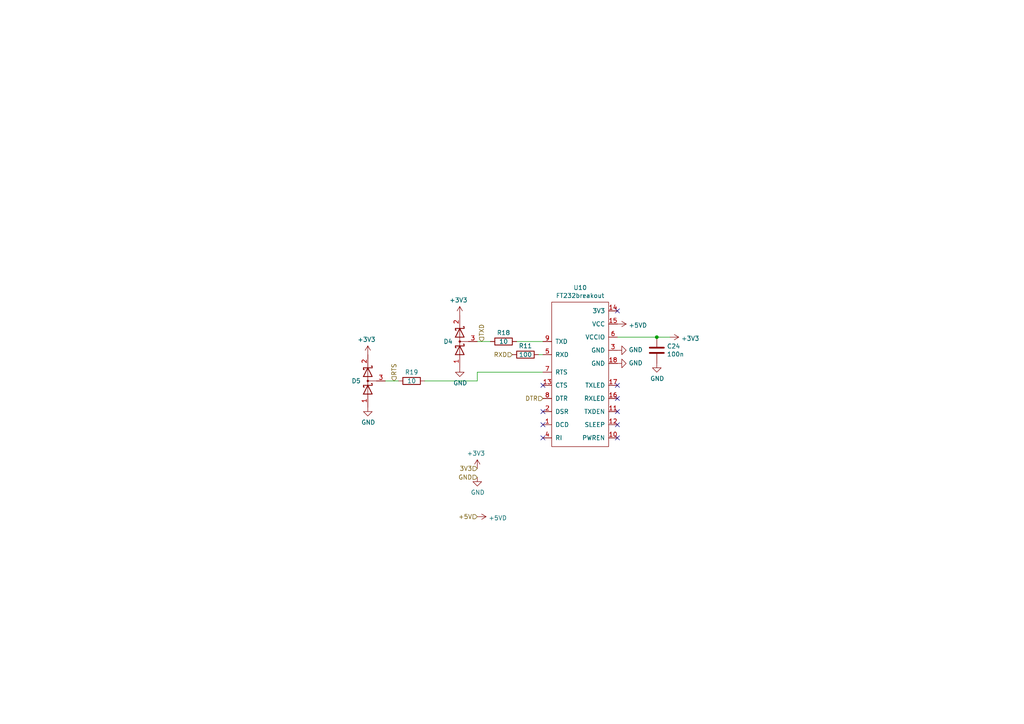
<source format=kicad_sch>
(kicad_sch (version 20211123) (generator eeschema)
  (paper "A4")
  (lib_symbols
    (symbol "Device:C" (pin_numbers hide) (pin_names (offset 0.254))
      (property "Reference" "C" (at 0.635 2.54 0))
      (property "Value" "Device_C" (at 0.635 -2.54 0))
      (symbol "C_0_1"
        (polyline (pts (xy -2.032 -0.762) (xy 2.032 -0.762)) (stroke (width 0.508)))
        (polyline (pts (xy -2.032 0.762) (xy 2.032 0.762)) (stroke (width 0.508)))
      )
      (symbol "C_1_1"
        (pin passive line (at 0 3.81 270) (length 2.794) (name "~") (number "1"))
        (pin passive line (at 0 -3.81 90) (length 2.794) (name "~") (number "2"))
      )
    )
    (symbol "Device:D_Schottky_Dual_Series_AKC" (pin_names (offset 0.762) hide)
      (property "Reference" "D" (at 1.27 -2.54 0))
      (property "Value" "Device_D_Schottky_Dual_Series_AKC" (at 0 2.54 0))
      (symbol "D_Schottky_Dual_Series_AKC_0_1"
        (polyline (pts (xy -3.81 0) (xy 3.81 0)))
        (polyline (pts (xy 0 0) (xy 0 -2.54)))
        (polyline (pts (xy 6.35 0) (xy 7.62 0)))
        (polyline (pts (xy -1.27 -1.27) (xy -1.27 1.27) (xy -1.27 1.27)) (stroke (width 0.254)))
        (polyline (pts (xy 3.81 1.27) (xy 3.81 -1.27) (xy 3.81 -1.27)) (stroke (width 0.254)))
        (polyline (pts (xy -1.27 -1.27) (xy -0.762 -1.27) (xy -0.762 -1.016) (xy -0.762 -1.016)) (stroke (width 0.254)))
        (polyline (pts (xy 3.81 -1.27) (xy 4.318 -1.27) (xy 4.318 -1.016) (xy 4.318 -1.016)) (stroke (width 0.254)))
        (polyline (pts (xy 3.81 1.27) (xy 3.302 1.27) (xy 3.302 1.016) (xy 3.302 1.016)) (stroke (width 0.254)))
        (polyline (pts (xy -1.778 1.016) (xy -1.778 1.27) (xy -1.27 1.27) (xy -1.27 1.27) (xy -1.27 1.27)) (stroke (width 0.254)))
        (polyline (pts (xy -3.81 1.27) (xy -1.27 0) (xy -3.81 -1.27) (xy -3.81 1.27) (xy -3.81 1.27) (xy -3.81 1.27)) (stroke (width 0.254)))
        (polyline (pts (xy 1.27 1.27) (xy 3.81 0) (xy 1.27 -1.27) (xy 1.27 1.27) (xy 1.27 1.27) (xy 1.27 1.27)) (stroke (width 0.254)))
        (circle (center 0 0) (radius 0.254) (fill (type outline)))
        (pin passive line (at -7.62 0 0) (length 3.81) (name "A") (number "1"))
        (pin passive line (at 7.62 0 180) (length 3.81) (name "K") (number "2"))
        (pin passive line (at 0 -5.08 90) (length 2.54) (name "common") (number "3"))
      )
    )
    (symbol "Device:R" (pin_numbers hide) (pin_names (offset 0))
      (property "Reference" "R" (at 2.032 0 90))
      (property "Value" "Device_R" (at 0 0 90))
      (symbol "R_0_1"
        (rectangle (start -1.016 -2.54) (end 1.016 2.54) (stroke (width 0.254)))
      )
      (symbol "R_1_1"
        (pin passive line (at 0 3.81 270) (length 1.27) (name "~") (number "1"))
        (pin passive line (at 0 -3.81 90) (length 1.27) (name "~") (number "2"))
      )
    )
    (symbol "modules:FT232breakout" (pin_names (offset 1.016))
      (property "Reference" "U" (at -7.62 22.86 0))
      (property "Value" "FT232breakout" (at 0 -21.59 0))
      (symbol "FT232breakout_0_1"
        (rectangle (start 7.62 21.59) (end -8.89 -20.32))
      )
      (symbol "FT232breakout_1_1"
        (pin input line (at -11.43 -13.97 0) (length 2.54) (name "DCD") (number "1"))
        (pin input line (at 10.16 -17.78 180) (length 2.54) (name "PWREN") (number "10"))
        (pin input line (at 10.16 -10.16 180) (length 2.54) (name "TXDEN") (number "11"))
        (pin input line (at 10.16 -13.97 180) (length 2.54) (name "SLEEP") (number "12"))
        (pin input line (at -11.43 -2.54 0) (length 2.54) (name "CTS") (number "13"))
        (pin input line (at 10.16 19.05 180) (length 2.54) (name "3V3") (number "14"))
        (pin input line (at 10.16 15.24 180) (length 2.54) (name "VCC") (number "15"))
        (pin input line (at 10.16 -6.35 180) (length 2.54) (name "RXLED") (number "16"))
        (pin input line (at 10.16 -2.54 180) (length 2.54) (name "TXLED") (number "17"))
        (pin input line (at 10.16 3.81 180) (length 2.54) (name "GND") (number "18"))
        (pin input line (at -11.43 -10.16 0) (length 2.54) (name "DSR") (number "2"))
        (pin input line (at 10.16 7.62 180) (length 2.54) (name "GND") (number "3"))
        (pin input line (at -11.43 -17.78 0) (length 2.54) (name "RI") (number "4"))
        (pin input line (at -11.43 6.35 0) (length 2.54) (name "RXD") (number "5"))
        (pin input line (at 10.16 11.43 180) (length 2.54) (name "VCCIO") (number "6"))
        (pin input line (at -11.43 1.27 0) (length 2.54) (name "RTS") (number "7"))
        (pin input line (at -11.43 -6.35 0) (length 2.54) (name "DTR") (number "8"))
        (pin input line (at -11.43 10.16 0) (length 2.54) (name "TXD") (number "9"))
      )
    )
    (symbol "power:+3.3V" (power) (pin_names (offset 0))
      (property "Value" "power_+3.3V" (at 0 3.556 0))
      (symbol "+3.3V_0_1"
        (polyline (pts (xy -0.762 1.27) (xy 0 2.54)))
        (polyline (pts (xy 0 0) (xy 0 2.54)))
        (polyline (pts (xy 0 2.54) (xy 0.762 1.27)))
      )
      (symbol "+3.3V_1_1"
        (pin power_in line (at 0 0 90) (length 0) hide (name "+3V3") (number "1"))
      )
    )
    (symbol "power:+5VD" (power) (pin_names (offset 0))
      (property "Value" "power_+5VD" (at 0 3.556 0))
      (symbol "+5VD_0_1"
        (polyline (pts (xy -0.762 1.27) (xy 0 2.54)))
        (polyline (pts (xy 0 0) (xy 0 2.54)))
        (polyline (pts (xy 0 2.54) (xy 0.762 1.27)))
      )
      (symbol "+5VD_1_1"
        (pin power_in line (at 0 0 90) (length 0) hide (name "+5VD") (number "1"))
      )
    )
    (symbol "power:GND" (power) (pin_names (offset 0))
      (property "Value" "power_GND" (at 0 -3.81 0))
      (symbol "GND_0_1"
        (polyline (pts (xy 0 0) (xy 0 -1.27) (xy 1.27 -1.27) (xy 0 -2.54) (xy -1.27 -1.27) (xy 0 -1.27)))
      )
      (symbol "GND_1_1"
        (pin power_in line (at 0 0 270) (length 0) hide (name "GND") (number "1"))
      )
    )
  )
  (junction (at 190.5 97.79))
  (no_connect (at 157.48 119.38))
  (no_connect (at 157.48 123.19))
  (no_connect (at 179.07 90.17))
  (no_connect (at 179.07 115.57))
  (no_connect (at 157.48 127))
  (no_connect (at 157.48 111.76))
  (no_connect (at 179.07 127))
  (no_connect (at 179.07 111.76))
  (no_connect (at 179.07 123.19))
  (no_connect (at 179.07 119.38))
  (wire (pts (xy 138.43 110.49) (xy 138.43 107.95)))
  (wire (pts (xy 149.86 99.06) (xy 157.48 99.06)))
  (wire (pts (xy 138.43 107.95) (xy 157.48 107.95)))
  (wire (pts (xy 138.43 99.06) (xy 142.24 99.06)))
  (wire (pts (xy 111.76 110.49) (xy 115.57 110.49)))
  (wire (pts (xy 179.07 97.79) (xy 190.5 97.79)))
  (wire (pts (xy 156.21 102.87) (xy 157.48 102.87)))
  (wire (pts (xy 123.19 110.49) (xy 138.43 110.49)))
  (wire (pts (xy 190.5 97.79) (xy 194.31 97.79)))
  (hierarchical_label "+5V" (shape input) (at 138.43 149.86 180))
  (hierarchical_label "RXD" (shape input) (at 148.59 102.87 180))
  (hierarchical_label "GND" (shape input) (at 138.43 138.43 180))
  (hierarchical_label "TXD" (shape input) (at 139.7 99.06 90))
  (hierarchical_label "DTR" (shape input) (at 157.48 115.57 180))
  (hierarchical_label "RTS" (shape input) (at 114.3 110.49 90))
  (hierarchical_label "3V3" (shape input) (at 138.43 135.89 180))
  (symbol (lib_id "Device:R") (at 119.38 110.49 270)
    (property "Reference" "R19" (at 119.38 107.95 90))
    (property "Value" "10" (at 119.38 110.49 90))
    (property "Footprint" "Resistor_SMD:R_1206_3216Metric_Pad1.30x1.75mm_HandSolder" (effects hide))
    (property "LCSC" "C108080" (effects hide))
    (property "Digikey" "CR1206-FX-10R0ELFCT-ND" (effects hide))
  )
  (symbol (lib_id "power:+3.3V") (at 106.68 102.87 0) (mirror y)
    (property "Reference" "#PWR096" (effects hide))
    (property "Value" "+3.3V" (at 106.299 98.4758 0))
  )
  (symbol (lib_id "power:GND") (at 106.68 118.11 0)
    (property "Reference" "#PWR097" (effects hide))
    (property "Value" "GND" (at 106.807 122.5042 0))
  )
  (symbol (lib_id "Device:R") (at 146.05 99.06 270)
    (property "Reference" "R18" (at 146.05 96.52 90))
    (property "Value" "10" (at 146.05 99.06 90))
    (property "Footprint" "Resistor_SMD:R_1206_3216Metric_Pad1.30x1.75mm_HandSolder" (effects hide))
    (property "LCSC" "C108080" (effects hide))
    (property "Digikey" "CR1206-FX-10R0ELFCT-ND" (effects hide))
  )
  (symbol (lib_id "power:+3.3V") (at 133.35 91.44 0) (mirror y)
    (property "Reference" "#PWR098" (effects hide))
    (property "Value" "+3.3V" (at 132.969 87.0458 0))
  )
  (symbol (lib_id "power:GND") (at 133.35 106.68 0)
    (property "Reference" "#PWR099" (effects hide))
    (property "Value" "GND" (at 133.477 111.0742 0))
  )
  (symbol (lib_id "Device:R") (at 152.4 102.87 270)
    (property "Reference" "R11" (at 152.4 100.33 90))
    (property "Value" "100" (at 152.4 102.87 90))
    (property "Footprint" "Resistor_SMD:R_1206_3216Metric_Pad1.30x1.75mm_HandSolder" (effects hide))
    (property "LCSC" "C137392" (effects hide))
    (property "Digikey" "P100FCT-ND" (effects hide))
  )
  (symbol (lib_id "Device:D_Schottky_Dual_Series_AKC") (at 133.35 99.06 90)
    (property "Reference" "D4" (at 131.318 99.06 90) (effects (justify left)))
    (property "Value" "BAT54S" (effects hide))
    (property "Footprint" "Package_TO_SOT_SMD:SOT-23" (effects hide))
    (property "Digikey" "1727-1868-1-ND" (effects hide))
    (property "LCSC" "C47546" (effects hide))
  )
  (symbol (lib_id "Device:D_Schottky_Dual_Series_AKC") (at 106.68 110.49 90)
    (property "Reference" "D5" (at 104.648 110.49 90) (effects (justify left)))
    (property "Value" "BAT54S" (effects hide))
    (property "Footprint" "Package_TO_SOT_SMD:SOT-23" (effects hide))
    (property "Digikey" "1727-1868-1-ND" (effects hide))
    (property "LCSC" "C47546" (effects hide))
  )
  (symbol (lib_id "modules:FT232breakout") (at 168.91 109.22 0)
    (property "Reference" "U10" (at 168.275 83.439 0))
    (property "Value" "FT232breakout" (at 168.275 85.7504 0))
    (property "Footprint" "modules:ft232rl_breakout_combined_flipped" (effects hide))
  )
  (symbol (lib_id "power:+3.3V") (at 194.31 97.79 270)
    (property "Reference" "#PWR0108" (effects hide))
    (property "Value" "+3.3V" (at 197.5612 98.171 90) (effects (justify left)))
  )
  (symbol (lib_id "power:+5VD") (at 179.07 93.98 270)
    (property "Reference" "#PWR0104" (effects hide))
    (property "Value" "+5VD" (at 182.3212 94.361 90) (effects (justify left)))
  )
  (symbol (lib_id "power:GND") (at 179.07 105.41 90)
    (property "Reference" "#PWR0106" (effects hide))
    (property "Value" "GND" (at 182.3212 105.283 90) (effects (justify right)))
  )
  (symbol (lib_id "power:GND") (at 179.07 101.6 90)
    (property "Reference" "#PWR0105" (effects hide))
    (property "Value" "GND" (at 182.3212 101.473 90) (effects (justify right)))
  )
  (symbol (lib_id "power:GND") (at 138.43 138.43 0)
    (property "Reference" "#PWR0101" (effects hide))
    (property "Value" "GND" (at 138.557 142.8242 0))
  )
  (symbol (lib_id "power:+3.3V") (at 138.43 135.89 0) (mirror y)
    (property "Reference" "#PWR0100" (effects hide))
    (property "Value" "+3.3V" (at 138.049 131.4958 0))
  )
  (symbol (lib_id "Device:C") (at 190.5 101.6 0) (unit 1)
    (property "Reference" "C24" (at 193.421 100.4316 0) (effects (justify left)))
    (property "Value" "100n" (at 193.421 102.743 0) (effects (justify left)))
    (property "Footprint" "Capacitor_SMD:C_1206_3216Metric_Pad1.33x1.80mm_HandSolder" (effects hide))
    (property "Digikey" "399-C1206C104K5RAC7800CT-ND" (effects hide))
    (property "LCSC" "C730479" (effects hide))
  )
  (symbol (lib_id "power:GND") (at 190.5 105.41 0)
    (property "Reference" "#PWR0107" (effects hide))
    (property "Value" "GND" (at 190.627 109.8042 0))
  )
  (symbol (lib_id "power:+5VD") (at 138.43 149.86 270)
    (property "Reference" "#PWR0103" (effects hide))
    (property "Value" "+5VD" (at 141.6812 150.241 90) (effects (justify left)))
  )
)
</source>
